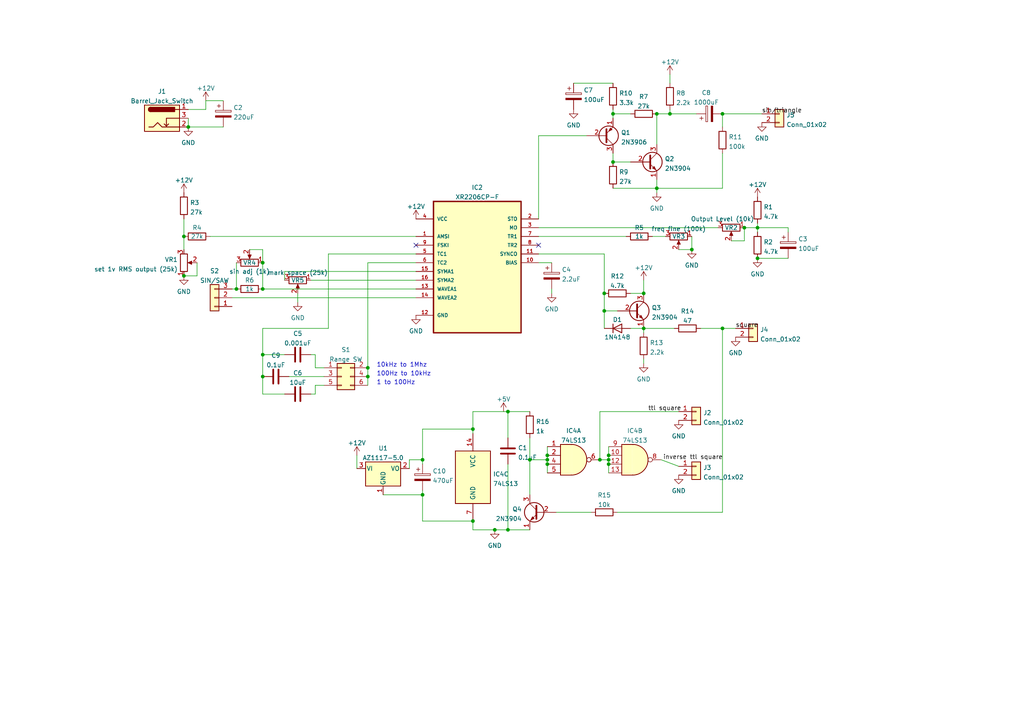
<source format=kicad_sch>
(kicad_sch (version 20211123) (generator eeschema)
  (paper "A4")
  (lib_symbols
    (symbol "74xx:74LS13" (pin_names (offset 1.016))
      (property "Reference" "U" (at 0 1.27 0))
      (property "Value" "74LS13" (at 0 -1.27 0))
      (symbol "74LS13_1_1"
        (arc (start -0.635 -4.445) (mid 3.81 0) (end -0.635 4.445) (stroke (width 0.254)) (fill (type background)))
        (polyline (pts (xy -0.635 4.445) (xy -3.81 4.445) (xy -3.81 -4.445) (xy -0.635 -4.445)) (stroke (width 0.254)) (fill (type background)))
        (pin input line (at -7.62 3.81 0) (length 3.81) (name "~") (number "1"))
        (pin input line (at -7.62 1.27 0) (length 3.81) (name "~") (number "2"))
        (pin input line (at -7.62 -1.27 0) (length 3.81) (name "~") (number "4"))
        (pin input line (at -7.62 -3.81 0) (length 3.81) (name "~") (number "5"))
        (pin output inverted (at 7.62 0 180) (length 3.81) (name "~") (number "6"))
      )
      (symbol "74LS13_1_2"
        (arc (start -3.81 -4.445) (mid -2.5908 0) (end -3.81 4.445) (stroke (width 0.254)))
        (arc (start -0.6096 -4.445) (mid 2.224 -2.8428) (end 3.81 0) (stroke (width 0.254)) (fill (type background)))
        (polyline (pts (xy -3.81 -4.445) (xy -0.635 -4.445)) (stroke (width 0.254)) (fill (type background)))
        (polyline (pts (xy -3.81 4.445) (xy -0.635 4.445)) (stroke (width 0.254)) (fill (type background)))
        (polyline (pts (xy -0.635 4.445) (xy -3.81 4.445) (xy -3.81 4.445) (xy -3.6322 4.0894) (xy -3.0988 2.921) (xy -2.7686 1.6764) (xy -2.6162 0.4318) (xy -2.6416 -0.8636) (xy -2.8702 -2.1082) (xy -3.2512 -3.3274) (xy -3.81 -4.445) (xy -3.81 -4.445) (xy -0.635 -4.445)) (stroke (width -25.4)) (fill (type background)))
        (arc (start 3.81 0) (mid 2.2198 2.8386) (end -0.6096 4.445) (stroke (width 0.254)) (fill (type background)))
        (pin input inverted (at -7.62 3.81 0) (length 3.81) (name "~") (number "1"))
        (pin input inverted (at -7.62 1.27 0) (length 4.826) (name "~") (number "2"))
        (pin input inverted (at -7.62 -1.27 0) (length 4.826) (name "~") (number "4"))
        (pin input inverted (at -7.62 -3.81 0) (length 3.81) (name "~") (number "5"))
        (pin output line (at 7.62 0 180) (length 3.81) (name "~") (number "6"))
      )
      (symbol "74LS13_2_1"
        (arc (start -0.635 -4.445) (mid 3.81 0) (end -0.635 4.445) (stroke (width 0.254)) (fill (type background)))
        (polyline (pts (xy -0.635 4.445) (xy -3.81 4.445) (xy -3.81 -4.445) (xy -0.635 -4.445)) (stroke (width 0.254)) (fill (type background)))
        (pin input line (at -7.62 1.27 0) (length 3.81) (name "~") (number "10"))
        (pin input line (at -7.62 -1.27 0) (length 3.81) (name "~") (number "12"))
        (pin input line (at -7.62 -3.81 0) (length 3.81) (name "~") (number "13"))
        (pin output inverted (at 7.62 0 180) (length 3.81) (name "~") (number "8"))
        (pin input line (at -7.62 3.81 0) (length 3.81) (name "~") (number "9"))
      )
      (symbol "74LS13_2_2"
        (arc (start -3.81 -4.445) (mid -2.5908 0) (end -3.81 4.445) (stroke (width 0.254)))
        (arc (start -0.6096 -4.445) (mid 2.224 -2.8428) (end 3.81 0) (stroke (width 0.254)) (fill (type background)))
        (polyline (pts (xy -3.81 -4.445) (xy -0.635 -4.445)) (stroke (width 0.254)) (fill (type background)))
        (polyline (pts (xy -3.81 4.445) (xy -0.635 4.445)) (stroke (width 0.254)) (fill (type background)))
        (polyline (pts (xy -0.635 4.445) (xy -3.81 4.445) (xy -3.81 4.445) (xy -3.6322 4.0894) (xy -3.0988 2.921) (xy -2.7686 1.6764) (xy -2.6162 0.4318) (xy -2.6416 -0.8636) (xy -2.8702 -2.1082) (xy -3.2512 -3.3274) (xy -3.81 -4.445) (xy -3.81 -4.445) (xy -0.635 -4.445)) (stroke (width -25.4)) (fill (type background)))
        (arc (start 3.81 0) (mid 2.2198 2.8386) (end -0.6096 4.445) (stroke (width 0.254)) (fill (type background)))
        (pin input inverted (at -7.62 1.27 0) (length 4.826) (name "~") (number "10"))
        (pin input inverted (at -7.62 -1.27 0) (length 4.826) (name "~") (number "12"))
        (pin input inverted (at -7.62 -3.81 0) (length 3.81) (name "~") (number "13"))
        (pin output line (at 7.62 0 180) (length 3.81) (name "~") (number "8"))
        (pin input inverted (at -7.62 3.81 0) (length 3.81) (name "~") (number "9"))
      )
      (symbol "74LS13_3_0"
        (pin power_in line (at 0 12.7 270) (length 5.08) (name "VCC") (number "14"))
        (pin power_in line (at 0 -12.7 90) (length 5.08) (name "GND") (number "7"))
      )
      (symbol "74LS13_3_1"
        (rectangle (start -5.08 7.62) (end 5.08 -7.62) (stroke (width 0.254)) (fill (type background)))
      )
    )
    (symbol "Connector:Barrel_Jack_Switch" (pin_names hide)
      (property "Reference" "J" (at 0 5.334 0))
      (property "Value" "Barrel_Jack_Switch" (at 0 -5.08 0))
      (symbol "Barrel_Jack_Switch_0_1"
        (rectangle (start -5.08 3.81) (end 5.08 -3.81) (stroke (width 0.254)) (fill (type background)))
        (arc (start -3.302 3.175) (mid -3.937 2.54) (end -3.302 1.905) (stroke (width 0.254)))
        (arc (start -3.302 3.175) (mid -3.937 2.54) (end -3.302 1.905) (stroke (width 0.254)) (fill (type outline)))
        (polyline (pts (xy 1.27 -2.286) (xy 1.905 -1.651)) (stroke (width 0.254)))
        (polyline (pts (xy 5.08 2.54) (xy 3.81 2.54)) (stroke (width 0.254)))
        (polyline (pts (xy 5.08 0) (xy 1.27 0) (xy 1.27 -2.286) (xy 0.635 -1.651)) (stroke (width 0.254)))
        (polyline (pts (xy -3.81 -2.54) (xy -2.54 -2.54) (xy -1.27 -1.27) (xy 0 -2.54) (xy 2.54 -2.54) (xy 5.08 -2.54)) (stroke (width 0.254)))
        (rectangle (start 3.683 3.175) (end -3.302 1.905) (stroke (width 0.254)) (fill (type outline)))
      )
      (symbol "Barrel_Jack_Switch_1_1"
        (pin passive line (at 7.62 2.54 180) (length 2.54) (name "~") (number "1"))
        (pin passive line (at 7.62 -2.54 180) (length 2.54) (name "~") (number "2"))
        (pin passive line (at 7.62 0 180) (length 2.54) (name "~") (number "3"))
      )
    )
    (symbol "Connector_Generic:Conn_01x02" (pin_names (offset 1.016) hide)
      (property "Reference" "J" (at 0 2.54 0))
      (property "Value" "Conn_01x02" (at 0 -5.08 0))
      (symbol "Conn_01x02_1_1"
        (rectangle (start -1.27 -2.413) (end 0 -2.667) (stroke (width 0.1524)))
        (rectangle (start -1.27 0.127) (end 0 -0.127) (stroke (width 0.1524)))
        (rectangle (start -1.27 1.27) (end 1.27 -3.81) (stroke (width 0.254)) (fill (type background)))
        (pin passive line (at -5.08 0 0) (length 3.81) (name "Pin_1") (number "1"))
        (pin passive line (at -5.08 -2.54 0) (length 3.81) (name "Pin_2") (number "2"))
      )
    )
    (symbol "Connector_Generic:Conn_01x03" (pin_names (offset 1.016) hide)
      (property "Reference" "J" (at 0 5.08 0))
      (property "Value" "Conn_01x03" (at 0 -5.08 0))
      (symbol "Conn_01x03_1_1"
        (rectangle (start -1.27 -2.413) (end 0 -2.667) (stroke (width 0.1524)))
        (rectangle (start -1.27 0.127) (end 0 -0.127) (stroke (width 0.1524)))
        (rectangle (start -1.27 2.667) (end 0 2.413) (stroke (width 0.1524)))
        (rectangle (start -1.27 3.81) (end 1.27 -3.81) (stroke (width 0.254)) (fill (type background)))
        (pin passive line (at -5.08 2.54 0) (length 3.81) (name "Pin_1") (number "1"))
        (pin passive line (at -5.08 0 0) (length 3.81) (name "Pin_2") (number "2"))
        (pin passive line (at -5.08 -2.54 0) (length 3.81) (name "Pin_3") (number "3"))
      )
    )
    (symbol "Connector_Generic:Conn_02x03_Odd_Even" (pin_names (offset 1.016) hide)
      (property "Reference" "J" (at 1.27 5.08 0))
      (property "Value" "Conn_02x03_Odd_Even" (at 1.27 -5.08 0))
      (symbol "Conn_02x03_Odd_Even_1_1"
        (rectangle (start -1.27 -2.413) (end 0 -2.667) (stroke (width 0.1524)))
        (rectangle (start -1.27 0.127) (end 0 -0.127) (stroke (width 0.1524)))
        (rectangle (start -1.27 2.667) (end 0 2.413) (stroke (width 0.1524)))
        (rectangle (start -1.27 3.81) (end 3.81 -3.81) (stroke (width 0.254)) (fill (type background)))
        (rectangle (start 3.81 -2.413) (end 2.54 -2.667) (stroke (width 0.1524)))
        (rectangle (start 3.81 0.127) (end 2.54 -0.127) (stroke (width 0.1524)))
        (rectangle (start 3.81 2.667) (end 2.54 2.413) (stroke (width 0.1524)))
        (pin passive line (at -5.08 2.54 0) (length 3.81) (name "Pin_1") (number "1"))
        (pin passive line (at 7.62 2.54 180) (length 3.81) (name "Pin_2") (number "2"))
        (pin passive line (at -5.08 0 0) (length 3.81) (name "Pin_3") (number "3"))
        (pin passive line (at 7.62 0 180) (length 3.81) (name "Pin_4") (number "4"))
        (pin passive line (at -5.08 -2.54 0) (length 3.81) (name "Pin_5") (number "5"))
        (pin passive line (at 7.62 -2.54 180) (length 3.81) (name "Pin_6") (number "6"))
      )
    )
    (symbol "Device:C" (pin_numbers hide) (pin_names (offset 0.254))
      (property "Reference" "C" (at 0.635 2.54 0))
      (property "Value" "C" (at 0.635 -2.54 0))
      (symbol "C_0_1"
        (polyline (pts (xy -2.032 -0.762) (xy 2.032 -0.762)) (stroke (width 0.508)))
        (polyline (pts (xy -2.032 0.762) (xy 2.032 0.762)) (stroke (width 0.508)))
      )
      (symbol "C_1_1"
        (pin passive line (at 0 3.81 270) (length 2.794) (name "~") (number "1"))
        (pin passive line (at 0 -3.81 90) (length 2.794) (name "~") (number "2"))
      )
    )
    (symbol "Device:C_Polarized" (pin_numbers hide) (pin_names (offset 0.254))
      (property "Reference" "C" (at 0.635 2.54 0))
      (property "Value" "C_Polarized" (at 0.635 -2.54 0))
      (symbol "C_Polarized_0_1"
        (rectangle (start -2.286 0.508) (end 2.286 1.016))
        (polyline (pts (xy -1.778 2.286) (xy -0.762 2.286)))
        (polyline (pts (xy -1.27 2.794) (xy -1.27 1.778)))
        (rectangle (start 2.286 -0.508) (end -2.286 -1.016) (fill (type outline)))
      )
      (symbol "C_Polarized_1_1"
        (pin passive line (at 0 3.81 270) (length 2.794) (name "~") (number "1"))
        (pin passive line (at 0 -3.81 90) (length 2.794) (name "~") (number "2"))
      )
    )
    (symbol "Device:R" (pin_numbers hide) (pin_names (offset 0))
      (property "Reference" "R" (at 2.032 0 90))
      (property "Value" "R" (at 0 0 90))
      (symbol "R_0_1"
        (rectangle (start -1.016 -2.54) (end 1.016 2.54) (stroke (width 0.254)))
      )
      (symbol "R_1_1"
        (pin passive line (at 0 3.81 270) (length 1.27) (name "~") (number "1"))
        (pin passive line (at 0 -3.81 90) (length 1.27) (name "~") (number "2"))
      )
    )
    (symbol "Device:R_Potentiometer" (pin_names (offset 1.016) hide)
      (property "Reference" "RV" (at -4.445 0 90))
      (property "Value" "R_Potentiometer" (at -2.54 0 90))
      (symbol "R_Potentiometer_0_1"
        (polyline (pts (xy 2.54 0) (xy 1.524 0)))
        (polyline (pts (xy 1.143 0) (xy 2.286 0.508) (xy 2.286 -0.508) (xy 1.143 0)) (fill (type outline)))
        (rectangle (start 1.016 2.54) (end -1.016 -2.54) (stroke (width 0.254)))
      )
      (symbol "R_Potentiometer_1_1"
        (pin passive line (at 0 3.81 270) (length 1.27) (name "1") (number "1"))
        (pin passive line (at 3.81 0 180) (length 1.27) (name "2") (number "2"))
        (pin passive line (at 0 -3.81 90) (length 1.27) (name "3") (number "3"))
      )
    )
    (symbol "Diode:1N4148" (pin_numbers hide) (pin_names (offset 1.016) hide)
      (property "Reference" "D" (at 0 2.54 0))
      (property "Value" "1N4148" (at 0 -2.54 0))
      (symbol "1N4148_0_1"
        (polyline (pts (xy -1.27 1.27) (xy -1.27 -1.27)) (stroke (width 0.254)))
        (polyline (pts (xy 1.27 0) (xy -1.27 0)))
        (polyline (pts (xy 1.27 1.27) (xy 1.27 -1.27) (xy -1.27 0) (xy 1.27 1.27)) (stroke (width 0.254)))
      )
      (symbol "1N4148_1_1"
        (pin passive line (at -3.81 0 0) (length 2.54) (name "K") (number "1"))
        (pin passive line (at 3.81 0 180) (length 2.54) (name "A") (number "2"))
      )
    )
    (symbol "Evan's misc parts:XR2206CP-F" (pin_names (offset 1.016))
      (property "Reference" "U" (at -5.461 18.0848 0))
      (property "Value" "XR2206CP-F" (at -5.1816 -27.2796 0))
      (symbol "XR2206CP-F_0_0"
        (rectangle (start -12.7 -22.86) (end 12.7 15.24) (stroke (width 0.4064)) (fill (type background)))
        (pin input line (at -17.78 5.08 0) (length 5.08) (name "AMSI") (number "1"))
        (pin output line (at 17.78 -2.54 180) (length 5.08) (name "BIAS") (number "10"))
        (pin output line (at 17.78 0 180) (length 5.08) (name "SYNCO") (number "11"))
        (pin passive line (at -17.78 -17.78 0) (length 5.08) (name "GND") (number "12"))
        (pin input line (at -17.78 -10.16 0) (length 5.08) (name "WAVEA1") (number "13"))
        (pin input line (at -17.78 -12.7 0) (length 5.08) (name "WAVEA2") (number "14"))
        (pin input line (at -17.78 -5.08 0) (length 5.08) (name "SYMA1") (number "15"))
        (pin input line (at -17.78 -7.62 0) (length 5.08) (name "SYMA2") (number "16"))
        (pin output line (at 17.78 10.16 180) (length 5.08) (name "STO") (number "2"))
        (pin output line (at 17.78 7.62 180) (length 5.08) (name "MO") (number "3"))
        (pin power_in line (at -17.78 10.16 0) (length 5.08) (name "VCC") (number "4"))
        (pin input line (at -17.78 0 0) (length 5.08) (name "TC1") (number "5"))
        (pin input line (at -17.78 -2.54 0) (length 5.08) (name "TC2") (number "6"))
        (pin output line (at 17.78 5.08 180) (length 5.08) (name "TR1") (number "7"))
        (pin output line (at 17.78 2.54 180) (length 5.08) (name "TR2") (number "8"))
        (pin input line (at -17.78 2.54 0) (length 5.08) (name "FSKI") (number "9"))
      )
    )
    (symbol "Regulator_Linear:AZ1117-5.0" (pin_names (offset 0.254))
      (property "Reference" "U" (at -3.81 3.175 0))
      (property "Value" "AZ1117-5.0" (at 0 3.175 0))
      (symbol "AZ1117-5.0_0_1"
        (rectangle (start -5.08 1.905) (end 5.08 -5.08) (stroke (width 0.254)) (fill (type background)))
      )
      (symbol "AZ1117-5.0_1_1"
        (pin power_in line (at 0 -7.62 90) (length 2.54) (name "GND") (number "1"))
        (pin power_out line (at 7.62 0 180) (length 2.54) (name "VO") (number "2"))
        (pin power_in line (at -7.62 0 0) (length 2.54) (name "VI") (number "3"))
      )
    )
    (symbol "Transistor_BJT:2N3904" (pin_names (offset 0) hide)
      (property "Reference" "Q" (at 5.08 1.905 0))
      (property "Value" "2N3904" (at 5.08 0 0))
      (symbol "2N3904_0_1"
        (polyline (pts (xy 0.635 0.635) (xy 2.54 2.54)))
        (polyline (pts (xy 0.635 -0.635) (xy 2.54 -2.54) (xy 2.54 -2.54)))
        (polyline (pts (xy 0.635 1.905) (xy 0.635 -1.905) (xy 0.635 -1.905)) (stroke (width 0.508)))
        (polyline (pts (xy 1.27 -1.778) (xy 1.778 -1.27) (xy 2.286 -2.286) (xy 1.27 -1.778) (xy 1.27 -1.778)) (fill (type outline)))
        (circle (center 1.27 0) (radius 2.8194) (stroke (width 0.254)))
      )
      (symbol "2N3904_1_1"
        (pin passive line (at 2.54 -5.08 90) (length 2.54) (name "E") (number "1"))
        (pin passive line (at -5.08 0 0) (length 5.715) (name "B") (number "2"))
        (pin passive line (at 2.54 5.08 270) (length 2.54) (name "C") (number "3"))
      )
    )
    (symbol "Transistor_BJT:2N3906" (pin_names (offset 0) hide)
      (property "Reference" "Q" (at 5.08 1.905 0))
      (property "Value" "2N3906" (at 5.08 0 0))
      (symbol "2N3906_0_1"
        (polyline (pts (xy 0.635 0.635) (xy 2.54 2.54)))
        (polyline (pts (xy 0.635 -0.635) (xy 2.54 -2.54) (xy 2.54 -2.54)))
        (polyline (pts (xy 0.635 1.905) (xy 0.635 -1.905) (xy 0.635 -1.905)) (stroke (width 0.508)))
        (polyline (pts (xy 2.286 -1.778) (xy 1.778 -2.286) (xy 1.27 -1.27) (xy 2.286 -1.778) (xy 2.286 -1.778)) (fill (type outline)))
        (circle (center 1.27 0) (radius 2.8194) (stroke (width 0.254)))
      )
      (symbol "2N3906_1_1"
        (pin passive line (at 2.54 -5.08 90) (length 2.54) (name "E") (number "1"))
        (pin input line (at -5.08 0 0) (length 5.715) (name "B") (number "2"))
        (pin passive line (at 2.54 5.08 270) (length 2.54) (name "C") (number "3"))
      )
    )
    (symbol "power:+12V" (power) (pin_names (offset 0))
      (property "Value" "+12V" (at 0 3.556 0))
      (symbol "+12V_0_1"
        (polyline (pts (xy -0.762 1.27) (xy 0 2.54)))
        (polyline (pts (xy 0 0) (xy 0 2.54)))
        (polyline (pts (xy 0 2.54) (xy 0.762 1.27)))
      )
      (symbol "+12V_1_1"
        (pin power_in line (at 0 0 90) (length 0) hide (name "+12V") (number "1"))
      )
    )
    (symbol "power:+5V" (power) (pin_names (offset 0))
      (property "Value" "+5V" (at 0 3.556 0))
      (symbol "+5V_0_1"
        (polyline (pts (xy -0.762 1.27) (xy 0 2.54)))
        (polyline (pts (xy 0 0) (xy 0 2.54)))
        (polyline (pts (xy 0 2.54) (xy 0.762 1.27)))
      )
      (symbol "+5V_1_1"
        (pin power_in line (at 0 0 90) (length 0) hide (name "+5V") (number "1"))
      )
    )
    (symbol "power:GND" (power) (pin_names (offset 0))
      (property "Value" "GND" (at 0 -3.81 0))
      (symbol "GND_0_1"
        (polyline (pts (xy 0 0) (xy 0 -1.27) (xy 1.27 -1.27) (xy 0 -2.54) (xy -1.27 -1.27) (xy 0 -1.27)))
      )
      (symbol "GND_1_1"
        (pin power_in line (at 0 0 270) (length 0) hide (name "GND") (number "1"))
      )
    )
  )
  (junction (at 209.55 95.25))
  (junction (at 137.16 151.13))
  (junction (at 175.26 85.09))
  (junction (at 209.55 33.02))
  (junction (at 219.71 66.04))
  (junction (at 76.2 83.82))
  (junction (at 143.51 153.67))
  (junction (at 177.8 33.02))
  (junction (at 153.67 133.35))
  (junction (at 54.61 36.83))
  (junction (at 147.32 119.38))
  (junction (at 186.69 85.09))
  (junction (at 176.53 133.35))
  (junction (at 106.68 109.22))
  (junction (at 76.2 76.2))
  (junction (at 215.9 66.04))
  (junction (at 158.75 132.08))
  (junction (at 194.31 33.02))
  (junction (at 200.66 72.39))
  (junction (at 76.2 109.22))
  (junction (at 122.555 143.51))
  (junction (at 137.16 124.46))
  (junction (at 186.69 95.25))
  (junction (at 106.68 106.68))
  (junction (at 176.53 132.08))
  (junction (at 158.75 134.62))
  (junction (at 122.555 133.35))
  (junction (at 177.8 46.99))
  (junction (at 53.34 80.01))
  (junction (at 175.26 90.17))
  (junction (at 76.2 102.87))
  (junction (at 147.32 153.67))
  (junction (at 173.99 133.35))
  (junction (at 68.58 83.82))
  (junction (at 190.5 33.02))
  (junction (at 176.53 134.62))
  (junction (at 190.5 54.61))
  (junction (at 158.75 133.35))
  (junction (at 219.71 74.93))
  (junction (at 53.34 68.58))
  (no_connect (at 120.65 71.12))
  (no_connect (at 156.21 71.12))
  (wire (pts (xy 67.31 83.82) (xy 68.58 83.82)))
  (wire (pts (xy 57.15 80.01) (xy 57.15 76.2)))
  (wire (pts (xy 68.58 76.2) (xy 68.58 83.82)))
  (wire (pts (xy 209.55 44.45) (xy 209.55 54.61)))
  (wire (pts (xy 190.5 41.91) (xy 190.5 33.02)))
  (wire (pts (xy 53.34 63.5) (xy 53.34 68.58)))
  (wire (pts (xy 83.82 109.22) (xy 93.98 109.22)))
  (wire (pts (xy 91.44 111.76) (xy 93.98 111.76)))
  (wire (pts (xy 76.2 76.2) (xy 76.2 72.39)))
  (wire (pts (xy 176.53 134.62) (xy 176.53 137.16)))
  (wire (pts (xy 194.31 33.02) (xy 201.93 33.02)))
  (wire (pts (xy 186.69 95.25) (xy 186.69 96.52)))
  (wire (pts (xy 219.71 66.04) (xy 219.71 67.31)))
  (wire (pts (xy 173.99 119.38) (xy 196.85 119.38)))
  (wire (pts (xy 137.16 124.46) (xy 137.16 125.73)))
  (wire (pts (xy 67.31 86.36) (xy 120.65 86.36)))
  (wire (pts (xy 76.2 76.2) (xy 76.2 83.82)))
  (wire (pts (xy 106.68 109.22) (xy 106.68 111.76)))
  (wire (pts (xy 219.71 66.04) (xy 228.6 66.04)))
  (wire (pts (xy 173.99 133.35) (xy 176.53 133.35)))
  (wire (pts (xy 153.67 119.38) (xy 147.32 119.38)))
  (wire (pts (xy 166.37 24.13) (xy 177.8 24.13)))
  (wire (pts (xy 147.32 119.38) (xy 137.16 119.38)))
  (wire (pts (xy 215.9 69.85) (xy 215.9 66.04)))
  (wire (pts (xy 219.71 74.93) (xy 228.6 74.93)))
  (wire (pts (xy 76.2 102.87) (xy 82.55 102.87)))
  (wire (pts (xy 182.88 33.02) (xy 177.8 33.02)))
  (wire (pts (xy 194.31 31.75) (xy 194.31 33.02)))
  (wire (pts (xy 122.555 151.13) (xy 137.16 151.13)))
  (wire (pts (xy 76.2 83.82) (xy 120.65 83.82)))
  (wire (pts (xy 156.21 76.2) (xy 160.02 76.2)))
  (wire (pts (xy 175.26 85.09) (xy 175.26 90.17)))
  (wire (pts (xy 95.25 73.66) (xy 95.25 95.25)))
  (wire (pts (xy 120.65 73.66) (xy 95.25 73.66)))
  (wire (pts (xy 86.36 85.09) (xy 86.36 87.63)))
  (wire (pts (xy 186.69 81.28) (xy 186.69 85.09)))
  (wire (pts (xy 106.68 76.2) (xy 120.65 76.2)))
  (wire (pts (xy 175.26 90.17) (xy 179.07 90.17)))
  (wire (pts (xy 90.17 81.28) (xy 120.65 81.28)))
  (wire (pts (xy 90.17 102.87) (xy 91.44 102.87)))
  (wire (pts (xy 153.67 133.35) (xy 158.75 133.35)))
  (wire (pts (xy 118.745 135.89) (xy 118.745 133.35)))
  (wire (pts (xy 156.21 39.37) (xy 156.21 63.5)))
  (wire (pts (xy 158.75 129.54) (xy 158.75 132.08)))
  (wire (pts (xy 76.2 95.25) (xy 76.2 102.87)))
  (wire (pts (xy 200.66 72.39) (xy 200.66 68.58)))
  (wire (pts (xy 177.8 31.75) (xy 177.8 33.02)))
  (wire (pts (xy 190.5 54.61) (xy 209.55 54.61)))
  (wire (pts (xy 190.5 54.61) (xy 190.5 52.07)))
  (wire (pts (xy 54.61 31.75) (xy 59.69 31.75)))
  (wire (pts (xy 176.53 132.08) (xy 176.53 133.35)))
  (wire (pts (xy 179.07 148.59) (xy 209.55 148.59)))
  (wire (pts (xy 91.44 106.68) (xy 93.98 106.68)))
  (wire (pts (xy 175.26 90.17) (xy 175.26 95.25)))
  (wire (pts (xy 153.67 143.51) (xy 153.67 133.35)))
  (wire (pts (xy 173.99 133.35) (xy 173.99 119.38)))
  (wire (pts (xy 190.5 54.61) (xy 190.5 55.88)))
  (wire (pts (xy 118.745 133.35) (xy 122.555 133.35)))
  (wire (pts (xy 203.2 95.25) (xy 209.55 95.25)))
  (wire (pts (xy 177.8 54.61) (xy 190.5 54.61)))
  (wire (pts (xy 158.75 132.08) (xy 158.75 133.35)))
  (wire (pts (xy 82.55 81.28) (xy 82.55 78.74)))
  (wire (pts (xy 59.69 29.21) (xy 64.77 29.21)))
  (wire (pts (xy 60.96 68.58) (xy 120.65 68.58)))
  (wire (pts (xy 209.55 33.02) (xy 220.98 33.02)))
  (wire (pts (xy 153.67 127) (xy 153.67 133.35)))
  (wire (pts (xy 156.21 66.04) (xy 208.28 66.04)))
  (wire (pts (xy 103.505 132.08) (xy 103.505 135.89)))
  (wire (pts (xy 182.88 95.25) (xy 186.69 95.25)))
  (wire (pts (xy 177.8 46.99) (xy 182.88 46.99)))
  (wire (pts (xy 209.55 148.59) (xy 209.55 95.25)))
  (wire (pts (xy 82.55 78.74) (xy 120.65 78.74)))
  (wire (pts (xy 53.34 80.01) (xy 57.15 80.01)))
  (wire (pts (xy 122.555 133.35) (xy 122.555 124.46)))
  (wire (pts (xy 175.26 73.66) (xy 175.26 85.09)))
  (wire (pts (xy 196.85 72.39) (xy 200.66 72.39)))
  (wire (pts (xy 177.8 44.45) (xy 177.8 46.99)))
  (wire (pts (xy 122.555 124.46) (xy 137.16 124.46)))
  (wire (pts (xy 194.31 21.59) (xy 194.31 24.13)))
  (wire (pts (xy 177.8 33.02) (xy 177.8 34.29)))
  (wire (pts (xy 59.69 31.75) (xy 59.69 29.21)))
  (wire (pts (xy 228.6 67.31) (xy 228.6 66.04)))
  (wire (pts (xy 82.55 114.3) (xy 76.2 114.3)))
  (wire (pts (xy 147.32 153.67) (xy 153.67 153.67)))
  (wire (pts (xy 106.68 106.68) (xy 106.68 109.22)))
  (wire (pts (xy 186.69 95.25) (xy 195.58 95.25)))
  (wire (pts (xy 191.77 133.35) (xy 196.85 135.255)))
  (wire (pts (xy 176.53 133.35) (xy 176.53 134.62)))
  (wire (pts (xy 190.5 33.02) (xy 194.31 33.02)))
  (wire (pts (xy 54.61 34.29) (xy 54.61 36.83)))
  (wire (pts (xy 76.2 109.22) (xy 76.2 102.87)))
  (wire (pts (xy 158.75 134.62) (xy 158.75 137.16)))
  (wire (pts (xy 170.18 39.37) (xy 156.21 39.37)))
  (wire (pts (xy 91.44 102.87) (xy 91.44 106.68)))
  (wire (pts (xy 137.16 119.38) (xy 137.16 124.46)))
  (wire (pts (xy 53.34 68.58) (xy 53.34 72.39)))
  (wire (pts (xy 106.68 76.2) (xy 106.68 106.68)))
  (wire (pts (xy 215.9 66.04) (xy 219.71 66.04)))
  (wire (pts (xy 76.2 72.39) (xy 72.39 72.39)))
  (wire (pts (xy 156.21 73.66) (xy 175.26 73.66)))
  (wire (pts (xy 95.25 95.25) (xy 76.2 95.25)))
  (wire (pts (xy 193.04 68.58) (xy 189.23 68.58)))
  (wire (pts (xy 182.88 85.09) (xy 186.69 85.09)))
  (wire (pts (xy 122.555 134.62) (xy 122.555 133.35)))
  (wire (pts (xy 147.32 134.62) (xy 147.32 153.67)))
  (wire (pts (xy 209.55 95.25) (xy 213.36 95.25)))
  (wire (pts (xy 137.16 153.67) (xy 143.51 153.67)))
  (wire (pts (xy 54.61 36.83) (xy 64.77 36.83)))
  (wire (pts (xy 111.125 143.51) (xy 122.555 143.51)))
  (wire (pts (xy 186.69 104.14) (xy 186.69 105.41)))
  (wire (pts (xy 137.16 151.13) (xy 137.16 153.67)))
  (wire (pts (xy 91.44 114.3) (xy 91.44 111.76)))
  (wire (pts (xy 76.2 114.3) (xy 76.2 109.22)))
  (wire (pts (xy 90.17 114.3) (xy 91.44 114.3)))
  (wire (pts (xy 176.53 129.54) (xy 176.53 132.08)))
  (wire (pts (xy 147.32 119.38) (xy 147.32 127)))
  (wire (pts (xy 160.02 83.82) (xy 160.02 85.09)))
  (wire (pts (xy 122.555 142.24) (xy 122.555 143.51)))
  (wire (pts (xy 181.61 68.58) (xy 156.21 68.58)))
  (wire (pts (xy 122.555 143.51) (xy 122.555 151.13)))
  (wire (pts (xy 158.75 133.35) (xy 158.75 134.62)))
  (wire (pts (xy 212.09 69.85) (xy 215.9 69.85)))
  (wire (pts (xy 161.29 148.59) (xy 171.45 148.59)))
  (wire (pts (xy 209.55 33.02) (xy 209.55 36.83)))
  (wire (pts (xy 143.51 153.67) (xy 147.32 153.67)))
  (wire (pts (xy 219.71 64.77) (xy 219.71 66.04)))
  (text "1 to 100Hz" (at 109.22 111.76 0) (effects (font (size 1.27 1.27)) (justify left bottom)))
  (text "100Hz to 10kHz" (at 109.22 109.22 0) (effects (font (size 1.27 1.27)) (justify left bottom)))
  (text "10kHz to 1Mhz" (at 109.22 106.68 0) (effects (font (size 1.27 1.27)) (justify left bottom)))
  (label "ttl square" (at 187.96 119.38 0))
  (label "square" (at 213.36 95.25 0))
  (label "inverse ttl square" (at 192.3267 133.5588 0))
  (label "sin{slash}triangle" (at 220.98 33.02 0))
  (symbol (lib_id "power:GND") (at 220.98 35.56 0) (unit 1)
    (property "Reference" "#PWR0120" (effects hide))
    (property "Value" "GND" (at 220.98 40.1225 0))
  )
  (symbol (lib_id "Device:R") (at 72.39 83.82 90) (unit 1)
    (property "Reference" "R6" (at 72.39 81.28 90))
    (property "Value" "1k" (at 72.39 83.82 90))
    (property "Footprint" "Resistor_SMD:R_0603_1608Metric" (effects hide))
  )
  (symbol (lib_id "Transistor_BJT:2N3904") (at 184.15 90.17 0) (unit 1)
    (property "Reference" "Q3" (at 189.0014 89.2615 0) (effects (justify left)))
    (property "Value" "2N3904" (at 189.0014 92.0366 0) (effects (justify left)))
    (property "Footprint" "Package_TO_SOT_THT:TO-92_Inline" (effects hide))
    (property "Datasheet" "https://www.onsemi.com/pub/Collateral/2N3903-D.PDF" (effects hide))
  )
  (symbol (lib_id "Connector_Generic:Conn_01x02") (at 201.93 119.38 0) (unit 1)
    (property "Reference" "J2" (at 203.962 119.7415 0) (effects (justify left)))
    (property "Value" "Conn_01x02" (at 203.962 122.5166 0) (effects (justify left)))
    (property "Footprint" "Connector_PinHeader_2.54mm:PinHeader_1x02_P2.54mm_Vertical" (effects hide))
  )
  (symbol (lib_id "Device:R") (at 177.8 27.94 0) (unit 1)
    (property "Reference" "R10" (at 179.578 27.0315 0) (effects (justify left)))
    (property "Value" "3.3k" (at 179.578 29.8066 0) (effects (justify left)))
    (property "Footprint" "Resistor_SMD:R_0603_1608Metric" (effects hide))
  )
  (symbol (lib_id "power:GND") (at 219.71 74.93 0) (unit 1)
    (property "Reference" "#PWR0106" (effects hide))
    (property "Value" "GND" (at 219.71 79.4925 0))
  )
  (symbol (lib_id "Device:R") (at 194.31 27.94 0) (unit 1)
    (property "Reference" "R8" (at 196.088 27.0315 0) (effects (justify left)))
    (property "Value" "2.2k" (at 196.088 29.8066 0) (effects (justify left)))
    (property "Footprint" "Resistor_SMD:R_0603_1608Metric" (effects hide))
  )
  (symbol (lib_id "Device:R") (at 185.42 68.58 90) (unit 1)
    (property "Reference" "R5" (at 185.42 66.04 90))
    (property "Value" "1k" (at 185.42 68.58 90))
    (property "Footprint" "Resistor_SMD:R_0603_1608Metric" (effects hide))
  )
  (symbol (lib_id "Device:R") (at 219.71 71.12 0) (unit 1)
    (property "Reference" "R2" (at 221.488 70.2115 0) (effects (justify left)))
    (property "Value" "4.7k" (at 221.488 72.9866 0) (effects (justify left)))
    (property "Footprint" "Resistor_SMD:R_0603_1608Metric" (effects hide))
  )
  (symbol (lib_id "Device:R_Potentiometer") (at 86.36 81.28 270) (unit 1)
    (property "Reference" "VR5" (at 86.36 81.28 90))
    (property "Value" "mark space (25k)" (at 86.36 79.0726 90))
    (property "Footprint" "Potentiometer_THT:Potentiometer_Bourns_3386F_Vertical" (effects hide))
  )
  (symbol (lib_id "Diode:1N4148") (at 179.07 95.25 0) (unit 1)
    (property "Reference" "D1" (at 179.07 92.71 0))
    (property "Value" "1N4148" (at 179.07 97.79 0))
    (property "Footprint" "Diode_THT:D_DO-35_SOD27_P7.62mm_Horizontal" (effects hide))
    (property "Datasheet" "https://assets.nexperia.com/documents/data-sheet/1N4148_1N4448.pdf" (effects hide))
  )
  (symbol (lib_id "Transistor_BJT:2N3904") (at 187.96 46.99 0) (unit 1)
    (property "Reference" "Q2" (at 192.8114 46.0815 0) (effects (justify left)))
    (property "Value" "2N3904" (at 192.8114 48.8566 0) (effects (justify left)))
    (property "Footprint" "Package_TO_SOT_THT:TO-92_Inline" (effects hide))
    (property "Datasheet" "https://www.onsemi.com/pub/Collateral/2N3903-D.PDF" (effects hide))
  )
  (symbol (lib_id "power:GND") (at 120.65 91.44 0) (unit 1)
    (property "Reference" "#PWR0111" (effects hide))
    (property "Value" "GND" (at 120.65 96.0025 0))
  )
  (symbol (lib_id "power:+12V") (at 219.71 57.15 0) (unit 1)
    (property "Reference" "#PWR0105" (effects hide))
    (property "Value" "+12V" (at 219.71 53.5455 0))
  )
  (symbol (lib_id "74xx:74LS13") (at 184.15 133.35 0) (unit 2)
    (property "Reference" "IC4" (at 184.15 124.9385 0))
    (property "Value" "74LS13" (at 184.15 127.7136 0))
    (property "Footprint" "Package_DIP:DIP-14_W7.62mm" (effects hide))
    (property "Datasheet" "http://www.ti.com/lit/gpn/sn74LS13" (effects hide))
  )
  (symbol (lib_id "Device:R") (at 53.34 59.69 0) (unit 1)
    (property "Reference" "R3" (at 55.118 58.7815 0) (effects (justify left)))
    (property "Value" "27k" (at 55.118 61.5566 0) (effects (justify left)))
    (property "Footprint" "Resistor_SMD:R_0603_1608Metric" (effects hide))
  )
  (symbol (lib_id "Transistor_BJT:2N3906") (at 175.26 39.37 0) (mirror x) (unit 1)
    (property "Reference" "Q1" (at 180.1114 38.4615 0) (effects (justify left)))
    (property "Value" "2N3906" (at 180.1114 41.2366 0) (effects (justify left)))
    (property "Footprint" "Package_TO_SOT_THT:TO-92_Inline" (effects hide))
    (property "Datasheet" "https://www.onsemi.com/pub/Collateral/2N3906-D.PDF" (effects hide))
  )
  (symbol (lib_id "74xx:74LS13") (at 166.37 133.35 0) (unit 1)
    (property "Reference" "IC4" (at 166.37 124.9385 0))
    (property "Value" "74LS13" (at 166.37 127.7136 0))
    (property "Footprint" "Package_DIP:DIP-14_W7.62mm" (effects hide))
    (property "Datasheet" "http://www.ti.com/lit/gpn/sn74LS13" (effects hide))
  )
  (symbol (lib_id "power:GND") (at 196.85 121.92 0) (unit 1)
    (property "Reference" "#PWR0123" (effects hide))
    (property "Value" "GND" (at 196.85 126.4825 0))
  )
  (symbol (lib_id "Device:C_Polarized") (at 205.74 33.02 90) (unit 1)
    (property "Reference" "C8" (at 204.851 26.8945 90))
    (property "Value" "1000uF" (at 204.851 29.6696 90))
    (property "Footprint" "Capacitor_THT:C_Disc_D3.8mm_W2.6mm_P2.50mm" (effects hide))
  )
  (symbol (lib_id "power:GND") (at 160.02 85.09 0) (unit 1)
    (property "Reference" "#PWR0110" (effects hide))
    (property "Value" "GND" (at 160.02 89.6525 0))
  )
  (symbol (lib_id "Device:R") (at 209.55 40.64 0) (unit 1)
    (property "Reference" "R11" (at 211.328 39.7315 0) (effects (justify left)))
    (property "Value" "100k" (at 211.328 42.5066 0) (effects (justify left)))
    (property "Footprint" "Resistor_SMD:R_0603_1608Metric" (effects hide))
  )
  (symbol (lib_id "Device:R") (at 179.07 85.09 90) (unit 1)
    (property "Reference" "R12" (at 179.07 80.1075 90))
    (property "Value" "4.7k" (at 179.07 82.8826 90))
    (property "Footprint" "Resistor_SMD:R_0603_1608Metric" (effects hide))
  )
  (symbol (lib_id "power:+12V") (at 120.65 63.5 0) (unit 1)
    (property "Reference" "#PWR0112" (effects hide))
    (property "Value" "+12V" (at 120.65 59.8955 0))
  )
  (symbol (lib_id "74xx:74LS13") (at 137.16 138.43 0) (unit 3)
    (property "Reference" "IC4" (at 143.002 137.5215 0) (effects (justify left)))
    (property "Value" "74LS13" (at 143.002 140.2966 0) (effects (justify left)))
    (property "Footprint" "Package_DIP:DIP-14_W7.62mm" (effects hide))
    (property "Datasheet" "http://www.ti.com/lit/gpn/sn74LS13" (effects hide))
  )
  (symbol (lib_id "power:+5V") (at 146.05 119.38 0) (unit 1)
    (property "Reference" "#PWR0118" (effects hide))
    (property "Value" "+5V" (at 146.05 115.7755 0))
  )
  (symbol (lib_id "Device:R") (at 199.39 95.25 90) (unit 1)
    (property "Reference" "R14" (at 199.39 90.2675 90))
    (property "Value" "47" (at 199.39 93.0426 90))
    (property "Footprint" "Resistor_SMD:R_0603_1608Metric" (effects hide))
  )
  (symbol (lib_id "power:GND") (at 200.66 72.39 0) (unit 1)
    (property "Reference" "#PWR0107" (effects hide))
    (property "Value" "GND" (at 200.66 76.9525 0))
  )
  (symbol (lib_id "Device:C_Polarized") (at 160.02 80.01 0) (unit 1)
    (property "Reference" "C4" (at 162.941 78.2125 0) (effects (justify left)))
    (property "Value" "2.2uF" (at 162.941 80.9876 0) (effects (justify left)))
    (property "Footprint" "Capacitor_THT:C_Disc_D3.8mm_W2.6mm_P2.50mm" (effects hide))
  )
  (symbol (lib_id "Device:R_Potentiometer") (at 196.85 68.58 270) (unit 1)
    (property "Reference" "VR3" (at 196.85 68.58 90))
    (property "Value" "freq fine (100k)" (at 196.85 66.3726 90))
    (property "Footprint" "Potentiometer_THT:Potentiometer_Bourns_3386F_Vertical" (effects hide))
  )
  (symbol (lib_id "power:GND") (at 143.51 153.67 0) (unit 1)
    (property "Reference" "#PWR0117" (effects hide))
    (property "Value" "GND" (at 143.51 158.2325 0))
  )
  (symbol (lib_id "Device:R") (at 219.71 60.96 0) (unit 1)
    (property "Reference" "R1" (at 221.488 60.0515 0) (effects (justify left)))
    (property "Value" "4.7k" (at 221.488 62.8266 0) (effects (justify left)))
    (property "Footprint" "Resistor_SMD:R_0603_1608Metric" (effects hide))
  )
  (symbol (lib_id "power:GND") (at 54.61 36.83 0) (unit 1)
    (property "Reference" "#PWR0101" (effects hide))
    (property "Value" "GND" (at 54.61 41.3925 0))
  )
  (symbol (lib_id "Connector_Generic:Conn_02x03_Odd_Even") (at 99.06 109.22 0) (unit 1)
    (property "Reference" "S1" (at 100.33 101.4435 0))
    (property "Value" "Range SW" (at 100.33 104.2186 0))
    (property "Footprint" "Connector_PinHeader_2.54mm:PinHeader_2x03_P2.54mm_Vertical" (effects hide))
  )
  (symbol (lib_id "power:+12V") (at 186.69 81.28 0) (unit 1)
    (property "Reference" "#PWR0115" (effects hide))
    (property "Value" "+12V" (at 186.69 77.6755 0))
  )
  (symbol (lib_id "power:+12V") (at 53.34 55.88 0) (unit 1)
    (property "Reference" "#PWR0103" (effects hide))
    (property "Value" "+12V" (at 53.34 52.2755 0))
  )
  (symbol (lib_id "Device:R_Potentiometer") (at 72.39 76.2 270) (mirror x) (unit 1)
    (property "Reference" "VR4" (at 72.39 76.2 90))
    (property "Value" "sin adj (1k)" (at 72.39 78.74 90))
    (property "Footprint" "Potentiometer_THT:Potentiometer_Bourns_3386F_Vertical" (effects hide))
  )
  (symbol (lib_id "power:GND") (at 213.36 97.79 0) (unit 1)
    (property "Reference" "#PWR0122" (effects hide))
    (property "Value" "GND" (at 213.36 102.3525 0))
  )
  (symbol (lib_id "Device:C") (at 147.32 130.81 0) (unit 1)
    (property "Reference" "C1" (at 150.241 129.9015 0) (effects (justify left)))
    (property "Value" "0.1uF" (at 150.241 132.6766 0) (effects (justify left)))
    (property "Footprint" "Capacitor_SMD:C_0603_1608Metric" (effects hide))
  )
  (symbol (lib_id "Connector_Generic:Conn_01x02") (at 218.44 95.25 0) (unit 1)
    (property "Reference" "J4" (at 220.472 95.6115 0) (effects (justify left)))
    (property "Value" "Conn_01x02" (at 220.472 98.3866 0) (effects (justify left)))
    (property "Footprint" "Connector_PinHeader_2.54mm:PinHeader_1x02_P2.54mm_Vertical" (effects hide))
  )
  (symbol (lib_id "Device:C_Polarized") (at 228.6 71.12 0) (unit 1)
    (property "Reference" "C3" (at 231.521 69.3225 0) (effects (justify left)))
    (property "Value" "100uF" (at 231.521 72.0976 0) (effects (justify left)))
    (property "Footprint" "Capacitor_THT:C_Disc_D3.8mm_W2.6mm_P2.50mm" (effects hide))
  )
  (symbol (lib_id "Device:R_Potentiometer") (at 53.34 76.2 0) (mirror x) (unit 1)
    (property "Reference" "VR1" (at 51.562 75.2915 0) (effects (justify right)))
    (property "Value" "set 1v RMS output (25k)" (at 51.562 78.0666 0) (effects (justify right)))
    (property "Footprint" "Potentiometer_THT:Potentiometer_Bourns_3386F_Vertical" (effects hide))
  )
  (symbol (lib_id "Connector_Generic:Conn_01x02") (at 201.93 135.255 0) (unit 1)
    (property "Reference" "J3" (at 203.962 135.6165 0) (effects (justify left)))
    (property "Value" "Conn_01x02" (at 203.962 138.3916 0) (effects (justify left)))
    (property "Footprint" "Connector_PinHeader_2.54mm:PinHeader_1x02_P2.54mm_Vertical" (effects hide))
  )
  (symbol (lib_id "power:GND") (at 86.36 87.63 0) (unit 1)
    (property "Reference" "#PWR0109" (effects hide))
    (property "Value" "GND" (at 86.36 92.1925 0))
  )
  (symbol (lib_id "Device:C") (at 86.36 102.87 90) (unit 1)
    (property "Reference" "C5" (at 86.36 96.7445 90))
    (property "Value" "0.001uF" (at 86.36 99.5196 90))
    (property "Footprint" "Capacitor_THT:C_Disc_D3.8mm_W2.6mm_P2.50mm" (effects hide))
  )
  (symbol (lib_id "Regulator_Linear:AZ1117-5.0") (at 111.125 135.89 0) (unit 1)
    (property "Reference" "U1" (at 111.125 130.0185 0))
    (property "Value" "AZ1117-5.0" (at 111.125 132.7936 0))
    (property "Footprint" "Package_TO_SOT_SMD:SOT-223-3_TabPin2" (effects hide))
    (property "Datasheet" "https://www.diodes.com/assets/Datasheets/AZ1117.pdf" (effects hide))
  )
  (symbol (lib_id "power:GND") (at 190.5 55.88 0) (unit 1)
    (property "Reference" "#PWR0114" (effects hide))
    (property "Value" "GND" (at 190.5 60.4425 0))
  )
  (symbol (lib_id "Device:R") (at 153.67 123.19 0) (unit 1)
    (property "Reference" "R16" (at 155.448 122.2815 0) (effects (justify left)))
    (property "Value" "1k" (at 155.448 125.0566 0) (effects (justify left)))
    (property "Footprint" "Resistor_SMD:R_0603_1608Metric" (effects hide))
  )
  (symbol (lib_id "power:GND") (at 53.34 80.01 0) (unit 1)
    (property "Reference" "#PWR0104" (effects hide))
    (property "Value" "GND" (at 53.34 84.5725 0))
  )
  (symbol (lib_id "Device:C_Polarized") (at 64.77 33.02 0) (unit 1)
    (property "Reference" "C2" (at 67.691 31.2225 0) (effects (justify left)))
    (property "Value" "220uF" (at 67.691 33.9976 0) (effects (justify left)))
    (property "Footprint" "Capacitor_THT:C_Disc_D3.8mm_W2.6mm_P2.50mm" (effects hide))
  )
  (symbol (lib_id "Connector_Generic:Conn_01x03") (at 62.23 86.36 180) (unit 1)
    (property "Reference" "S2" (at 62.23 78.5835 0))
    (property "Value" "SIN/SAW" (at 62.23 81.3586 0))
    (property "Footprint" "Connector_PinHeader_2.54mm:PinHeader_1x03_P2.54mm_Vertical" (effects hide))
  )
  (symbol (lib_id "Device:C_Polarized") (at 166.37 27.94 0) (unit 1)
    (property "Reference" "C7" (at 169.291 26.1425 0) (effects (justify left)))
    (property "Value" "100uF" (at 169.291 28.9176 0) (effects (justify left)))
    (property "Footprint" "Capacitor_THT:C_Disc_D3.8mm_W2.6mm_P2.50mm" (effects hide))
  )
  (symbol (lib_id "power:GND") (at 166.37 31.75 0) (unit 1)
    (property "Reference" "#PWR0113" (effects hide))
    (property "Value" "GND" (at 166.37 36.3125 0))
  )
  (symbol (lib_id "Device:C") (at 80.01 109.22 90) (unit 1)
    (property "Reference" "C9" (at 80.01 103.0945 90))
    (property "Value" "0.1uF" (at 80.01 105.8696 90))
    (property "Footprint" "Capacitor_SMD:C_0603_1608Metric" (effects hide))
  )
  (symbol (lib_id "Connector_Generic:Conn_01x02") (at 226.06 33.02 0) (unit 1)
    (property "Reference" "J5" (at 228.092 33.3815 0) (effects (justify left)))
    (property "Value" "Conn_01x02" (at 228.092 36.1566 0) (effects (justify left)))
    (property "Footprint" "Connector_PinHeader_2.54mm:PinHeader_1x02_P2.54mm_Vertical" (effects hide))
  )
  (symbol (lib_id "Connector:Barrel_Jack_Switch") (at 46.99 34.29 0) (unit 1)
    (property "Reference" "J1" (at 46.99 26.5135 0))
    (property "Value" "Barrel_Jack_Switch" (at 46.99 29.2886 0))
    (property "Footprint" "Connector_BarrelJack:BarrelJack_Horizontal" (effects hide))
  )
  (symbol (lib_id "Device:R") (at 57.15 68.58 90) (unit 1)
    (property "Reference" "R4" (at 57.15 66.04 90))
    (property "Value" "27k" (at 57.15 68.58 90))
    (property "Footprint" "Resistor_SMD:R_0603_1608Metric" (effects hide))
  )
  (symbol (lib_id "Device:C") (at 86.36 114.3 90) (unit 1)
    (property "Reference" "C6" (at 86.36 108.1745 90))
    (property "Value" "10uF" (at 86.36 110.9496 90))
    (property "Footprint" "Capacitor_THT:C_Disc_D3.8mm_W2.6mm_P2.50mm" (effects hide))
  )
  (symbol (lib_id "Device:C_Polarized") (at 122.555 138.43 0) (unit 1)
    (property "Reference" "C10" (at 125.476 136.6325 0) (effects (justify left)))
    (property "Value" "470uF" (at 125.476 139.4076 0) (effects (justify left)))
    (property "Footprint" "Capacitor_THT:C_Disc_D3.8mm_W2.6mm_P2.50mm" (effects hide))
  )
  (symbol (lib_id "power:GND") (at 196.85 137.795 0) (unit 1)
    (property "Reference" "#PWR0121" (effects hide))
    (property "Value" "GND" (at 196.85 142.3575 0))
  )
  (symbol (lib_id "Device:R") (at 186.69 100.33 0) (unit 1)
    (property "Reference" "R13" (at 188.468 99.4215 0) (effects (justify left)))
    (property "Value" "2.2k" (at 188.468 102.1966 0) (effects (justify left)))
    (property "Footprint" "Resistor_SMD:R_0603_1608Metric" (effects hide))
  )
  (symbol (lib_id "power:+12V") (at 194.31 21.59 0) (unit 1)
    (property "Reference" "#PWR0108" (effects hide))
    (property "Value" "+12V" (at 194.31 17.9855 0))
  )
  (symbol (lib_id "power:GND") (at 186.69 105.41 0) (unit 1)
    (property "Reference" "#PWR0116" (effects hide))
    (property "Value" "GND" (at 186.69 109.9725 0))
  )
  (symbol (lib_id "power:+12V") (at 59.69 29.21 0) (unit 1)
    (property "Reference" "#PWR0102" (effects hide))
    (property "Value" "+12V" (at 59.69 25.6055 0))
  )
  (symbol (lib_id "Device:R") (at 177.8 50.8 0) (unit 1)
    (property "Reference" "R9" (at 179.578 49.8915 0) (effects (justify left)))
    (property "Value" "27k" (at 179.578 52.6666 0) (effects (justify left)))
    (property "Footprint" "Resistor_SMD:R_0603_1608Metric" (effects hide))
  )
  (symbol (lib_id "Device:R_Potentiometer") (at 212.09 66.04 270) (unit 1)
    (property "Reference" "VR2" (at 212.09 66.04 90))
    (property "Value" "Output Level (10k)" (at 209.55 63.5 90))
    (property "Footprint" "Potentiometer_THT:Potentiometer_Bourns_3386F_Vertical" (effects hide))
  )
  (symbol (lib_id "power:+12V") (at 103.505 132.08 0) (unit 1)
    (property "Reference" "#PWR0119" (effects hide))
    (property "Value" "+12V" (at 103.505 128.4755 0))
  )
  (symbol (lib_id "Device:R") (at 175.26 148.59 90) (unit 1)
    (property "Reference" "R15" (at 175.26 143.6075 90))
    (property "Value" "10k" (at 175.26 146.3826 90))
    (property "Footprint" "Resistor_SMD:R_0603_1608Metric" (effects hide))
  )
  (symbol (lib_id "Transistor_BJT:2N3904") (at 156.21 148.59 0) (mirror y) (unit 1)
    (property "Reference" "Q4" (at 151.3587 147.6815 0) (effects (justify left)))
    (property "Value" "2N3904" (at 151.3587 150.4566 0) (effects (justify left)))
    (property "Footprint" "Package_TO_SOT_THT:TO-92_Inline" (effects hide))
    (property "Datasheet" "https://www.onsemi.com/pub/Collateral/2N3903-D.PDF" (effects hide))
  )
  (symbol (lib_id "Device:R") (at 186.69 33.02 90) (unit 1)
    (property "Reference" "R7" (at 186.69 28.0375 90))
    (property "Value" "27k" (at 186.69 30.8126 90))
    (property "Footprint" "Resistor_SMD:R_0603_1608Metric" (effects hide))
  )
  (symbol (lib_id "Evan's misc parts:XR2206CP-F") (at 138.43 73.66 0) (unit 1)
    (property "Reference" "IC2" (at 138.43 54.3773 0))
    (property "Value" "XR2206CP-F" (at 138.43 57.1524 0))
    (property "Footprint" "Package_DIP:DIP-16_W7.62mm" (effects hide))
    (property "MPN" "XR2206CP-F" (effects hide))
    (property "OC_FARNELL" "1798670" (effects hide))
    (property "OC_NEWARK" "24R2365" (effects hide))
    (property "PACKAGE" "PDIP-16" (effects hide))
    (property "SUPPLIER" "EXAR" (effects hide))
  )
)
</source>
